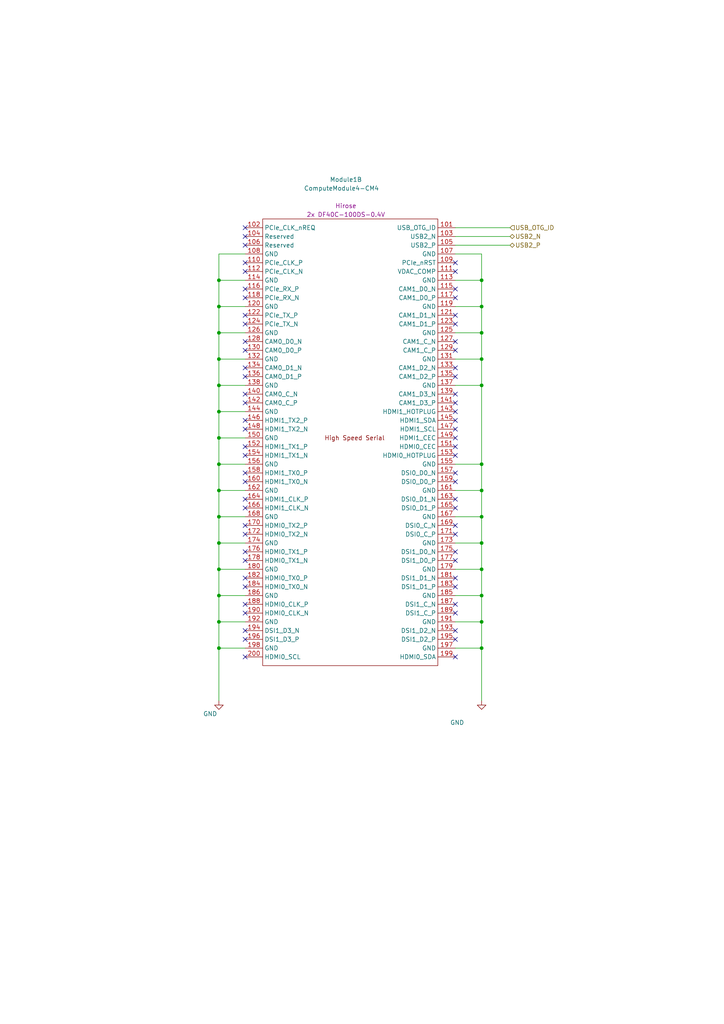
<source format=kicad_sch>
(kicad_sch (version 20230121) (generator eeschema)
  (paper "A4" portrait)
  (title_block (title "ComputeModule_HighSpeed_connector") (date "2021-12-10") (rev "v1"))
  (lib_symbols
    (symbol "CM4IO:ComputeModule4-CM4"
      (property "Reference" "Module" (at 113.03 -68.58 0))
      (property "Value" "ComputeModule4-CM4" (at 140.97 2.54 0))
      (property "Field4" "Hirose" (at 0 0 0))
      (property "Field5" "2x DF40C-100DS-0.4V" (at 0 -2.54 0))
      (symbol "ComputeModule4-CM4_1_0"
        (text "GPIO" (at 0 6.35 0) (effects (font (size 1.27 1.27))))
      )
      (symbol "ComputeModule4-CM4_1_1"
        (rectangle (start -30.48 -71.12) (end 25.4 58.42))
        (text "600mA Max" (at -8.89 -53.34 0) (effects (font (size 1.27 1.27))))
        (text "600mA Max" (at -8.89 -48.26 0) (effects (font (size 1.27 1.27))))
        (text "NB SD signals are only available" (at -1.27 -27.94 0) (effects (font (size 1.27 1.27))))
        (text "on modules without eMMC" (at -1.27 -30.48 0) (effects (font (size 1.27 1.27))))
        (pin power_in line (at 27.94 55.88 180) (length 2.54) (name "GND") (number "1"))
        (pin passive line (at -33.02 45.72 0) (length 2.54) (name "Ethernet_Pair0_N") (number "10"))
        (pin output line (at -33.02 -68.58 0) (length 2.54) (name "nEXTRST") (number "100"))
        (pin passive line (at 27.94 43.18 180) (length 2.54) (name "Ethernet_Pair2_P") (number "11"))
        (pin passive line (at -33.02 43.18 0) (length 2.54) (name "Ethernet_Pair0_P") (number "12"))
        (pin power_in line (at 27.94 40.64 180) (length 2.54) (name "GND") (number "13"))
        (pin power_in line (at -33.02 40.64 0) (length 2.54) (name "GND") (number "14"))
        (pin output line (at 27.94 38.1 180) (length 2.54) (name "Ethernet_nLED3(3.3v)") (number "15"))
        (pin input line (at -33.02 38.1 0) (length 2.54) (name "Ethernet_SYNC_IN(1.8v)") (number "16"))
        (pin output line (at 27.94 35.56 180) (length 2.54) (name "Ethernet_nLED2(3.3v)") (number "17"))
        (pin input line (at -33.02 35.56 0) (length 2.54) (name "Ethernet_SYNC_OUT(1.8v)") (number "18"))
        (pin output line (at 27.94 33.02 180) (length 2.54) (name "Ethernet_nLED1(3.3v)") (number "19"))
        (pin power_in line (at -33.02 55.88 0) (length 2.54) (name "GND") (number "2"))
        (pin passive line (at -33.02 33.02 0) (length 2.54) (name "EEPROM_nWP") (number "20"))
        (pin open_collector line (at 27.94 30.48 180) (length 2.54) (name "PI_nLED_Activity") (number "21"))
        (pin power_in line (at -33.02 30.48 0) (length 2.54) (name "GND") (number "22"))
        (pin power_in line (at 27.94 27.94 180) (length 2.54) (name "GND") (number "23"))
        (pin passive line (at -33.02 27.94 0) (length 2.54) (name "GPIO26") (number "24"))
        (pin passive line (at 27.94 25.4 180) (length 2.54) (name "GPIO21") (number "25"))
        (pin passive line (at -33.02 25.4 0) (length 2.54) (name "GPIO19") (number "26"))
        (pin passive line (at 27.94 22.86 180) (length 2.54) (name "GPIO20") (number "27"))
        (pin passive line (at -33.02 22.86 0) (length 2.54) (name "GPIO13") (number "28"))
        (pin passive line (at 27.94 20.32 180) (length 2.54) (name "GPIO16") (number "29"))
        (pin passive line (at 27.94 53.34 180) (length 2.54) (name "Ethernet_Pair3_P") (number "3"))
        (pin passive line (at -33.02 20.32 0) (length 2.54) (name "GPIO6") (number "30"))
        (pin passive line (at 27.94 17.78 180) (length 2.54) (name "GPIO12") (number "31"))
        (pin power_in line (at -33.02 17.78 0) (length 2.54) (name "GND") (number "32"))
        (pin power_in line (at 27.94 15.24 180) (length 2.54) (name "GND") (number "33"))
        (pin passive line (at -33.02 15.24 0) (length 2.54) (name "GPIO5") (number "34"))
        (pin passive line (at 27.94 12.7 180) (length 2.54) (name "ID_SC") (number "35"))
        (pin passive line (at -33.02 12.7 0) (length 2.54) (name "ID_SD") (number "36"))
        (pin passive line (at 27.94 10.16 180) (length 2.54) (name "GPIO7") (number "37"))
        (pin passive line (at -33.02 10.16 0) (length 2.54) (name "GPIO11") (number "38"))
        (pin passive line (at 27.94 7.62 180) (length 2.54) (name "GPIO8") (number "39"))
        (pin passive line (at -33.02 53.34 0) (length 2.54) (name "Ethernet_Pair1_P") (number "4"))
        (pin passive line (at -33.02 7.62 0) (length 2.54) (name "GPIO9") (number "40"))
        (pin passive line (at 27.94 5.08 180) (length 2.54) (name "GPIO25") (number "41"))
        (pin power_in line (at -33.02 5.08 0) (length 2.54) (name "GND") (number "42"))
        (pin power_in line (at 27.94 2.54 180) (length 2.54) (name "GND") (number "43"))
        (pin passive line (at -33.02 2.54 0) (length 2.54) (name "GPIO10") (number "44"))
        (pin passive line (at 27.94 0 180) (length 2.54) (name "GPIO24") (number "45"))
        (pin passive line (at -33.02 0 0) (length 2.54) (name "GPIO22") (number "46"))
        (pin passive line (at 27.94 -2.54 180) (length 2.54) (name "GPIO23") (number "47"))
        (pin passive line (at -33.02 -2.54 0) (length 2.54) (name "GPIO27") (number "48"))
        (pin passive line (at 27.94 -5.08 180) (length 2.54) (name "GPIO18") (number "49"))
        (pin passive line (at 27.94 50.8 180) (length 2.54) (name "Ethernet_Pair3_N") (number "5"))
        (pin passive line (at -33.02 -5.08 0) (length 2.54) (name "GPIO17") (number "50"))
        (pin passive line (at 27.94 -7.62 180) (length 2.54) (name "GPIO15") (number "51"))
        (pin power_in line (at -33.02 -7.62 0) (length 2.54) (name "GND") (number "52"))
        (pin power_in line (at 27.94 -10.16 180) (length 2.54) (name "GND") (number "53"))
        (pin passive line (at -33.02 -10.16 0) (length 2.54) (name "GPIO4") (number "54"))
        (pin passive line (at 27.94 -12.7 180) (length 2.54) (name "GPIO14") (number "55"))
        (pin passive line (at -33.02 -12.7 0) (length 2.54) (name "GPIO3") (number "56"))
        (pin passive line (at 27.94 -15.24 180) (length 2.54) (name "SD_CLK") (number "57"))
        (pin passive line (at -33.02 -15.24 0) (length 2.54) (name "GPIO2") (number "58"))
        (pin power_in line (at 27.94 -17.78 180) (length 2.54) (name "GND") (number "59"))
        (pin passive line (at -33.02 50.8 0) (length 2.54) (name "Ethernet_Pair1_N") (number "6"))
        (pin power_in line (at -33.02 -17.78 0) (length 2.54) (name "GND") (number "60"))
        (pin passive line (at 27.94 -20.32 180) (length 2.54) (name "SD_DAT3") (number "61"))
        (pin passive line (at -33.02 -20.32 0) (length 2.54) (name "SD_CMD") (number "62"))
        (pin passive line (at 27.94 -22.86 180) (length 2.54) (name "SD_DAT0") (number "63"))
        (pin passive line (at -33.02 -22.86 0) (length 2.54) (name "SD_DAT5") (number "64"))
        (pin power_in line (at 27.94 -25.4 180) (length 2.54) (name "GND") (number "65"))
        (pin power_in line (at -33.02 -25.4 0) (length 2.54) (name "GND") (number "66"))
        (pin passive line (at 27.94 -27.94 180) (length 2.54) (name "SD_DAT1") (number "67"))
        (pin passive line (at -33.02 -27.94 0) (length 2.54) (name "SD_DAT4") (number "68"))
        (pin passive line (at 27.94 -30.48 180) (length 2.54) (name "SD_DAT2") (number "69"))
        (pin power_in line (at 27.94 48.26 180) (length 2.54) (name "GND") (number "7"))
        (pin passive line (at -33.02 -30.48 0) (length 2.54) (name "SD_DAT7") (number "70"))
        (pin power_in line (at 27.94 -33.02 180) (length 2.54) (name "GND") (number "71"))
        (pin passive line (at -33.02 -33.02 0) (length 2.54) (name "SD_DAT6") (number "72"))
        (pin input line (at 27.94 -35.56 180) (length 2.54) (name "SD_VDD_Override") (number "73"))
        (pin power_in line (at -33.02 -35.56 0) (length 2.54) (name "GND") (number "74"))
        (pin output line (at 27.94 -38.1 180) (length 2.54) (name "SD_PWR_ON") (number "75"))
        (pin passive line (at -33.02 -38.1 0) (length 2.54) (name "Reserved") (number "76"))
        (pin power_in line (at 27.94 -40.64 180) (length 2.54) (name "+5v_(Input)") (number "77"))
        (pin power_in line (at -33.02 -40.64 0) (length 2.54) (name "GPIO_VREF(1.8v/3.3v_Input)") (number "78"))
        (pin power_in line (at 27.94 -43.18 180) (length 2.54) (name "+5v_(Input)") (number "79"))
        (pin power_in line (at -33.02 48.26 0) (length 2.54) (name "GND") (number "8"))
        (pin passive line (at -33.02 -43.18 0) (length 2.54) (name "SCL0") (number "80"))
        (pin power_in line (at 27.94 -45.72 180) (length 2.54) (name "+5v_(Input)") (number "81"))
        (pin passive line (at -33.02 -45.72 0) (length 2.54) (name "SDA0") (number "82"))
        (pin power_in line (at 27.94 -48.26 180) (length 2.54) (name "+5v_(Input)") (number "83"))
        (pin power_out line (at -33.02 -48.26 0) (length 2.54) (name "+3.3v_(Output)") (number "84"))
        (pin power_in line (at 27.94 -50.8 180) (length 2.54) (name "+5v_(Input)") (number "85"))
        (pin power_out line (at -33.02 -50.8 0) (length 2.54) (name "+3.3v_(Output)") (number "86"))
        (pin power_in line (at 27.94 -53.34 180) (length 2.54) (name "+5v_(Input)") (number "87"))
        (pin power_out line (at -33.02 -53.34 0) (length 2.54) (name "+1.8v_(Output)") (number "88"))
        (pin power_in line (at 27.94 -55.88 180) (length 2.54) (name "WiFi_nDisable") (number "89"))
        (pin passive line (at 27.94 45.72 180) (length 2.54) (name "Ethernet_Pair2_N") (number "9"))
        (pin power_out line (at -33.02 -55.88 0) (length 2.54) (name "+1.8v_(Output)") (number "90"))
        (pin power_in line (at 27.94 -58.42 180) (length 2.54) (name "BT_nDisable") (number "91"))
        (pin passive line (at -33.02 -58.42 0) (length 2.54) (name "RUN_PG") (number "92"))
        (pin input line (at 27.94 -60.96 180) (length 2.54) (name "nRPIBOOT") (number "93"))
        (pin passive line (at -33.02 -60.96 0) (length 2.54) (name "AnalogIP1") (number "94"))
        (pin output line (at 27.94 -63.5 180) (length 2.54) (name "nPI_LED_PWR") (number "95"))
        (pin passive line (at -33.02 -63.5 0) (length 2.54) (name "AnalogIP0") (number "96"))
        (pin passive line (at 27.94 -66.04 180) (length 2.54) (name "Camera_GPIO") (number "97"))
        (pin power_in line (at -33.02 -66.04 0) (length 2.54) (name "GND") (number "98"))
        (pin input line (at 27.94 -68.58 180) (length 2.54) (name "Global_EN") (number "99"))
      )
      (symbol "ComputeModule4-CM4_2_1"
        (rectangle (start 114.3 -66.04) (end 165.1 63.5))
        (text "High Speed Serial" (at 140.97 0 0) (effects (font (size 1.27 1.27))))
        (pin input line (at 170.18 60.96 180) (length 5.08) (name "USB_OTG_ID") (number "101"))
        (pin input line (at 109.22 60.96 0) (length 5.08) (name "PCIe_CLK_nREQ") (number "102"))
        (pin passive line (at 170.18 58.42 180) (length 5.08) (name "USB2_N") (number "103"))
        (pin passive line (at 109.22 58.42 0) (length 5.08) (name "Reserved") (number "104"))
        (pin passive line (at 170.18 55.88 180) (length 5.08) (name "USB2_P") (number "105"))
        (pin passive line (at 109.22 55.88 0) (length 5.08) (name "Reserved") (number "106"))
        (pin power_in line (at 170.18 53.34 180) (length 5.08) (name "GND") (number "107"))
        (pin power_in line (at 109.22 53.34 0) (length 5.08) (name "GND") (number "108"))
        (pin bidirectional line (at 170.18 50.8 180) (length 5.08) (name "PCIe_nRST") (number "109"))
        (pin output line (at 109.22 50.8 0) (length 5.08) (name "PCIe_CLK_P") (number "110"))
        (pin passive line (at 170.18 48.26 180) (length 5.08) (name "VDAC_COMP") (number "111"))
        (pin output line (at 109.22 48.26 0) (length 5.08) (name "PCIe_CLK_N") (number "112"))
        (pin power_in line (at 170.18 45.72 180) (length 5.08) (name "GND") (number "113"))
        (pin power_in line (at 109.22 45.72 0) (length 5.08) (name "GND") (number "114"))
        (pin input line (at 170.18 43.18 180) (length 5.08) (name "CAM1_D0_N") (number "115"))
        (pin input line (at 109.22 43.18 0) (length 5.08) (name "PCIe_RX_P") (number "116"))
        (pin input line (at 170.18 40.64 180) (length 5.08) (name "CAM1_D0_P") (number "117"))
        (pin input line (at 109.22 40.64 0) (length 5.08) (name "PCIe_RX_N") (number "118"))
        (pin power_in line (at 170.18 38.1 180) (length 5.08) (name "GND") (number "119"))
        (pin power_in line (at 109.22 38.1 0) (length 5.08) (name "GND") (number "120"))
        (pin input line (at 170.18 35.56 180) (length 5.08) (name "CAM1_D1_N") (number "121"))
        (pin output line (at 109.22 35.56 0) (length 5.08) (name "PCIe_TX_P") (number "122"))
        (pin input line (at 170.18 33.02 180) (length 5.08) (name "CAM1_D1_P") (number "123"))
        (pin output line (at 109.22 33.02 0) (length 5.08) (name "PCIe_TX_N") (number "124"))
        (pin power_in line (at 170.18 30.48 180) (length 5.08) (name "GND") (number "125"))
        (pin power_in line (at 109.22 30.48 0) (length 5.08) (name "GND") (number "126"))
        (pin input line (at 170.18 27.94 180) (length 5.08) (name "CAM1_C_N") (number "127"))
        (pin input line (at 109.22 27.94 0) (length 5.08) (name "CAM0_D0_N") (number "128"))
        (pin input line (at 170.18 25.4 180) (length 5.08) (name "CAM1_C_P") (number "129"))
        (pin input line (at 109.22 25.4 0) (length 5.08) (name "CAM0_D0_P") (number "130"))
        (pin power_in line (at 170.18 22.86 180) (length 5.08) (name "GND") (number "131"))
        (pin power_in line (at 109.22 22.86 0) (length 5.08) (name "GND") (number "132"))
        (pin input line (at 170.18 20.32 180) (length 5.08) (name "CAM1_D2_N") (number "133"))
        (pin input line (at 109.22 20.32 0) (length 5.08) (name "CAM0_D1_N") (number "134"))
        (pin input line (at 170.18 17.78 180) (length 5.08) (name "CAM1_D2_P") (number "135"))
        (pin input line (at 109.22 17.78 0) (length 5.08) (name "CAM0_D1_P") (number "136"))
        (pin power_in line (at 170.18 15.24 180) (length 5.08) (name "GND") (number "137"))
        (pin power_in line (at 109.22 15.24 0) (length 5.08) (name "GND") (number "138"))
        (pin input line (at 170.18 12.7 180) (length 5.08) (name "CAM1_D3_N") (number "139"))
        (pin input line (at 109.22 12.7 0) (length 5.08) (name "CAM0_C_N") (number "140"))
        (pin input line (at 170.18 10.16 180) (length 5.08) (name "CAM1_D3_P") (number "141"))
        (pin input line (at 109.22 10.16 0) (length 5.08) (name "CAM0_C_P") (number "142"))
        (pin input line (at 170.18 7.62 180) (length 5.08) (name "HDMI1_HOTPLUG") (number "143"))
        (pin power_in line (at 109.22 7.62 0) (length 5.08) (name "GND") (number "144"))
        (pin bidirectional line (at 170.18 5.08 180) (length 5.08) (name "HDMI1_SDA") (number "145"))
        (pin output line (at 109.22 5.08 0) (length 5.08) (name "HDMI1_TX2_P") (number "146"))
        (pin open_collector line (at 170.18 2.54 180) (length 5.08) (name "HDMI1_SCL") (number "147"))
        (pin output line (at 109.22 2.54 0) (length 5.08) (name "HDMI1_TX2_N") (number "148"))
        (pin open_collector line (at 170.18 0 180) (length 5.08) (name "HDMI1_CEC") (number "149"))
        (pin power_in line (at 109.22 0 0) (length 5.08) (name "GND") (number "150"))
        (pin open_collector line (at 170.18 -2.54 180) (length 5.08) (name "HDMI0_CEC") (number "151"))
        (pin output line (at 109.22 -2.54 0) (length 5.08) (name "HDMI1_TX1_P") (number "152"))
        (pin input line (at 170.18 -5.08 180) (length 5.08) (name "HDMI0_HOTPLUG") (number "153"))
        (pin output line (at 109.22 -5.08 0) (length 5.08) (name "HDMI1_TX1_N") (number "154"))
        (pin power_in line (at 170.18 -7.62 180) (length 5.08) (name "GND") (number "155"))
        (pin power_in line (at 109.22 -7.62 0) (length 5.08) (name "GND") (number "156"))
        (pin output line (at 170.18 -10.16 180) (length 5.08) (name "DSI0_D0_N") (number "157"))
        (pin output line (at 109.22 -10.16 0) (length 5.08) (name "HDMI1_TX0_P") (number "158"))
        (pin output line (at 170.18 -12.7 180) (length 5.08) (name "DSI0_D0_P") (number "159"))
        (pin output line (at 109.22 -12.7 0) (length 5.08) (name "HDMI1_TX0_N") (number "160"))
        (pin power_in line (at 170.18 -15.24 180) (length 5.08) (name "GND") (number "161"))
        (pin power_in line (at 109.22 -15.24 0) (length 5.08) (name "GND") (number "162"))
        (pin output line (at 170.18 -17.78 180) (length 5.08) (name "DSI0_D1_N") (number "163"))
        (pin output line (at 109.22 -17.78 0) (length 5.08) (name "HDMI1_CLK_P") (number "164"))
        (pin output line (at 170.18 -20.32 180) (length 5.08) (name "DSI0_D1_P") (number "165"))
        (pin output line (at 109.22 -20.32 0) (length 5.08) (name "HDMI1_CLK_N") (number "166"))
        (pin power_in line (at 170.18 -22.86 180) (length 5.08) (name "GND") (number "167"))
        (pin power_in line (at 109.22 -22.86 0) (length 5.08) (name "GND") (number "168"))
        (pin output line (at 170.18 -25.4 180) (length 5.08) (name "DSI0_C_N") (number "169"))
        (pin output line (at 109.22 -25.4 0) (length 5.08) (name "HDMI0_TX2_P") (number "170"))
        (pin output line (at 170.18 -27.94 180) (length 5.08) (name "DSI0_C_P") (number "171"))
        (pin output line (at 109.22 -27.94 0) (length 5.08) (name "HDMI0_TX2_N") (number "172"))
        (pin power_in line (at 170.18 -30.48 180) (length 5.08) (name "GND") (number "173"))
        (pin power_in line (at 109.22 -30.48 0) (length 5.08) (name "GND") (number "174"))
        (pin output line (at 170.18 -33.02 180) (length 5.08) (name "DSI1_D0_N") (number "175"))
        (pin output line (at 109.22 -33.02 0) (length 5.08) (name "HDMI0_TX1_P") (number "176"))
        (pin output line (at 170.18 -35.56 180) (length 5.08) (name "DSI1_D0_P") (number "177"))
        (pin output line (at 109.22 -35.56 0) (length 5.08) (name "HDMI0_TX1_N") (number "178"))
        (pin power_in line (at 170.18 -38.1 180) (length 5.08) (name "GND") (number "179"))
        (pin power_in line (at 109.22 -38.1 0) (length 5.08) (name "GND") (number "180"))
        (pin output line (at 170.18 -40.64 180) (length 5.08) (name "DSI1_D1_N") (number "181"))
        (pin output line (at 109.22 -40.64 0) (length 5.08) (name "HDMI0_TX0_P") (number "182"))
        (pin output line (at 170.18 -43.18 180) (length 5.08) (name "DSI1_D1_P") (number "183"))
        (pin output line (at 109.22 -43.18 0) (length 5.08) (name "HDMI0_TX0_N") (number "184"))
        (pin power_in line (at 170.18 -45.72 180) (length 5.08) (name "GND") (number "185"))
        (pin power_in line (at 109.22 -45.72 0) (length 5.08) (name "GND") (number "186"))
        (pin output line (at 170.18 -48.26 180) (length 5.08) (name "DSI1_C_N") (number "187"))
        (pin output line (at 109.22 -48.26 0) (length 5.08) (name "HDMI0_CLK_P") (number "188"))
        (pin output line (at 170.18 -50.8 180) (length 5.08) (name "DSI1_C_P") (number "189"))
        (pin output line (at 109.22 -50.8 0) (length 5.08) (name "HDMI0_CLK_N") (number "190"))
        (pin power_in line (at 170.18 -53.34 180) (length 5.08) (name "GND") (number "191"))
        (pin power_in line (at 109.22 -53.34 0) (length 5.08) (name "GND") (number "192"))
        (pin output line (at 170.18 -55.88 180) (length 5.08) (name "DSI1_D2_N") (number "193"))
        (pin output line (at 109.22 -55.88 0) (length 5.08) (name "DSI1_D3_N") (number "194"))
        (pin output line (at 170.18 -58.42 180) (length 5.08) (name "DSI1_D2_P") (number "195"))
        (pin output line (at 109.22 -58.42 0) (length 5.08) (name "DSI1_D3_P") (number "196"))
        (pin power_in line (at 170.18 -60.96 180) (length 5.08) (name "GND") (number "197"))
        (pin power_in line (at 109.22 -60.96 0) (length 5.08) (name "GND") (number "198"))
        (pin bidirectional line (at 170.18 -63.5 180) (length 5.08) (name "HDMI0_SDA") (number "199"))
        (pin open_collector line (at 109.22 -63.5 0) (length 5.08) (name "HDMI0_SCL") (number "200"))
      )
    )
    (symbol "power:GND" (power) (pin_names (offset 0))
      (property "Value" "GND" (at 0 -3.81 0))
      (symbol "GND_0_1"
        (polyline (pts (xy 0 0) (xy 0 -1.27) (xy 1.27 -1.27) (xy 0 -2.54) (xy -1.27 -1.27) (xy 0 -1.27)))
      )
      (symbol "GND_1_1"
        (pin power_in line (at 0 0 270) (length 0) hide (name "GND") (number "1"))
      )
    )
  )
  (junction (at 63.5 88.9))
  (junction (at 139.7 134.62))
  (junction (at 139.7 111.76))
  (junction (at 139.7 187.96))
  (junction (at 63.5 149.86))
  (junction (at 139.7 81.28))
  (junction (at 139.7 142.24))
  (junction (at 139.7 180.34))
  (junction (at 63.5 104.14))
  (junction (at 63.5 134.62))
  (junction (at 63.5 187.96))
  (junction (at 63.5 165.1))
  (junction (at 63.5 119.38))
  (junction (at 63.5 111.76))
  (junction (at 63.5 172.72))
  (junction (at 139.7 172.72))
  (junction (at 63.5 142.24))
  (junction (at 139.7 157.48))
  (junction (at 139.7 165.1))
  (junction (at 139.7 149.86))
  (junction (at 139.7 104.14))
  (junction (at 63.5 157.48))
  (junction (at 63.5 96.52))
  (junction (at 63.5 127))
  (junction (at 139.7 96.52))
  (junction (at 139.7 88.9))
  (junction (at 63.5 81.28))
  (junction (at 63.5 180.34))
  (no_connect (at 71.12 71.12))
  (no_connect (at 71.12 76.2))
  (no_connect (at 71.12 78.74))
  (no_connect (at 71.12 68.58))
  (no_connect (at 71.12 66.04))
  (no_connect (at 71.12 129.54))
  (no_connect (at 71.12 132.08))
  (no_connect (at 71.12 99.06))
  (no_connect (at 71.12 101.6))
  (no_connect (at 71.12 121.92))
  (no_connect (at 71.12 124.46))
  (no_connect (at 71.12 116.84))
  (no_connect (at 71.12 83.82))
  (no_connect (at 71.12 86.36))
  (no_connect (at 71.12 114.3))
  (no_connect (at 71.12 109.22))
  (no_connect (at 71.12 106.68))
  (no_connect (at 71.12 91.44))
  (no_connect (at 71.12 93.98))
  (no_connect (at 132.08 185.42))
  (no_connect (at 132.08 182.88))
  (no_connect (at 132.08 190.5))
  (no_connect (at 132.08 167.64))
  (no_connect (at 132.08 170.18))
  (no_connect (at 132.08 139.7))
  (no_connect (at 132.08 137.16))
  (no_connect (at 132.08 152.4))
  (no_connect (at 132.08 154.94))
  (no_connect (at 132.08 162.56))
  (no_connect (at 132.08 160.02))
  (no_connect (at 132.08 177.8))
  (no_connect (at 132.08 175.26))
  (no_connect (at 132.08 147.32))
  (no_connect (at 132.08 144.78))
  (no_connect (at 132.08 99.06))
  (no_connect (at 132.08 101.6))
  (no_connect (at 132.08 114.3))
  (no_connect (at 132.08 116.84))
  (no_connect (at 132.08 109.22))
  (no_connect (at 132.08 106.68))
  (no_connect (at 132.08 119.38))
  (no_connect (at 132.08 121.92))
  (no_connect (at 132.08 124.46))
  (no_connect (at 132.08 129.54))
  (no_connect (at 132.08 127))
  (no_connect (at 132.08 132.08))
  (no_connect (at 132.08 86.36))
  (no_connect (at 132.08 83.82))
  (no_connect (at 132.08 91.44))
  (no_connect (at 132.08 93.98))
  (no_connect (at 132.08 76.2))
  (no_connect (at 132.08 78.74))
  (no_connect (at 71.12 170.18))
  (no_connect (at 71.12 167.64))
  (no_connect (at 71.12 162.56))
  (no_connect (at 71.12 160.02))
  (no_connect (at 71.12 144.78))
  (no_connect (at 71.12 147.32))
  (no_connect (at 71.12 139.7))
  (no_connect (at 71.12 137.16))
  (no_connect (at 71.12 185.42))
  (no_connect (at 71.12 182.88))
  (no_connect (at 71.12 190.5))
  (no_connect (at 71.12 152.4))
  (no_connect (at 71.12 154.94))
  (no_connect (at 71.12 177.8))
  (no_connect (at 71.12 175.26))
  (wire (pts (xy 63.5 142.24) (xy 71.12 142.24)))
  (wire (pts (xy 132.08 165.1) (xy 139.7 165.1)))
  (wire (pts (xy 139.7 180.34) (xy 139.7 187.96)))
  (wire (pts (xy 139.7 165.1) (xy 139.7 172.72)))
  (wire (pts (xy 139.7 134.62) (xy 139.7 142.24)))
  (wire (pts (xy 139.7 149.86) (xy 139.7 157.48)))
  (wire (pts (xy 139.7 157.48) (xy 139.7 165.1)))
  (wire (pts (xy 139.7 172.72) (xy 139.7 180.34)))
  (wire (pts (xy 139.7 142.24) (xy 139.7 149.86)))
  (wire (pts (xy 139.7 96.52) (xy 139.7 104.14)))
  (wire (pts (xy 139.7 104.14) (xy 139.7 111.76)))
  (wire (pts (xy 139.7 111.76) (xy 139.7 134.62)))
  (wire (pts (xy 139.7 81.28) (xy 139.7 88.9)))
  (wire (pts (xy 139.7 88.9) (xy 139.7 96.52)))
  (wire (pts (xy 132.08 73.66) (xy 139.7 73.66)))
  (wire (pts (xy 139.7 73.66) (xy 139.7 81.28)))
  (wire (pts (xy 132.08 68.58) (xy 147.955 68.58)))
  (wire (pts (xy 63.5 157.48) (xy 71.12 157.48)))
  (wire (pts (xy 63.5 187.96) (xy 71.12 187.96)))
  (wire (pts (xy 132.08 88.9) (xy 139.7 88.9)))
  (wire (pts (xy 63.5 165.1) (xy 71.12 165.1)))
  (wire (pts (xy 132.08 180.34) (xy 139.7 180.34)))
  (wire (pts (xy 63.5 127) (xy 71.12 127)))
  (wire (pts (xy 132.08 104.14) (xy 139.7 104.14)))
  (wire (pts (xy 63.5 96.52) (xy 71.12 96.52)))
  (wire (pts (xy 139.7 203.2) (xy 139.7 187.96)))
  (wire (pts (xy 139.7 187.96) (xy 132.08 187.96)))
  (wire (pts (xy 132.08 96.52) (xy 139.7 96.52)))
  (wire (pts (xy 63.5 134.62) (xy 71.12 134.62)))
  (wire (pts (xy 132.08 111.76) (xy 139.7 111.76)))
  (wire (pts (xy 63.5 172.72) (xy 71.12 172.72)))
  (wire (pts (xy 132.08 157.48) (xy 139.7 157.48)))
  (wire (pts (xy 71.12 73.66) (xy 63.5 73.66)))
  (wire (pts (xy 63.5 73.66) (xy 63.5 81.28)))
  (wire (pts (xy 63.5 127) (xy 63.5 134.62)))
  (wire (pts (xy 63.5 134.62) (xy 63.5 142.24)))
  (wire (pts (xy 63.5 96.52) (xy 63.5 104.14)))
  (wire (pts (xy 63.5 119.38) (xy 63.5 127)))
  (wire (pts (xy 63.5 81.28) (xy 63.5 88.9)))
  (wire (pts (xy 63.5 111.76) (xy 63.5 119.38)))
  (wire (pts (xy 63.5 104.14) (xy 63.5 111.76)))
  (wire (pts (xy 63.5 88.9) (xy 63.5 96.52)))
  (wire (pts (xy 63.5 165.1) (xy 63.5 172.72)))
  (wire (pts (xy 63.5 157.48) (xy 63.5 165.1)))
  (wire (pts (xy 63.5 142.24) (xy 63.5 149.86)))
  (wire (pts (xy 63.5 180.34) (xy 63.5 187.96)))
  (wire (pts (xy 63.5 187.96) (xy 63.5 203.2)))
  (wire (pts (xy 63.5 149.86) (xy 63.5 157.48)))
  (wire (pts (xy 63.5 172.72) (xy 63.5 180.34)))
  (wire (pts (xy 63.5 88.9) (xy 71.12 88.9)))
  (wire (pts (xy 132.08 134.62) (xy 139.7 134.62)))
  (wire (pts (xy 132.08 66.04) (xy 147.955 66.04)))
  (wire (pts (xy 132.08 142.24) (xy 139.7 142.24)))
  (wire (pts (xy 132.08 71.12) (xy 147.955 71.12)))
  (wire (pts (xy 132.08 149.86) (xy 139.7 149.86)))
  (wire (pts (xy 63.5 104.14) (xy 71.12 104.14)))
  (wire (pts (xy 63.5 119.38) (xy 71.12 119.38)))
  (wire (pts (xy 63.5 180.34) (xy 71.12 180.34)))
  (wire (pts (xy 132.08 172.72) (xy 139.7 172.72)))
  (wire (pts (xy 63.5 149.86) (xy 71.12 149.86)))
  (wire (pts (xy 132.08 81.28) (xy 139.7 81.28)))
  (wire (pts (xy 63.5 81.28) (xy 71.12 81.28)))
  (wire (pts (xy 63.5 111.76) (xy 71.12 111.76)))
  (hierarchical_label "USB2_P" (shape bidirectional) (at 147.955 71.12 0))
  (hierarchical_label "USB2_N" (shape bidirectional) (at 147.955 68.58 0))
  (hierarchical_label "USB_OTG_ID" (shape input) (at 147.955 66.04 0))
  (symbol (lib_id "power:GND") (at 139.7 203.2 0) (unit 1)
    (property "Reference" "#PWR02" (effects hide))
    (property "Value" "GND" (at 132.6053 209.55 0))
  )
  (symbol (lib_id "power:GND") (at 63.5 203.2 0) (unit 1)
    (property "Reference" "#PWR01" (effects hide))
    (property "Value" "GND" (at 60.96 207.01 0))
  )
  (symbol (lib_id "CM4IO:ComputeModule4-CM4") (at -38.1 127 0) (unit 2)
    (property "Reference" "Module1" (at 100.33 52.07 0))
    (property "Value" "ComputeModule4-CM4" (at 99.06 54.61 0))
    (property "Footprint" "CM4IO:Raspberry-Pi-4-Compute-Module" (effects hide))
    (property "Field4" "Hirose" (at 100.33 59.69 0))
    (property "Field5" "2x DF40C-100DS-0.4V" (at 100.33 62.23 0))
  )
)
</source>
